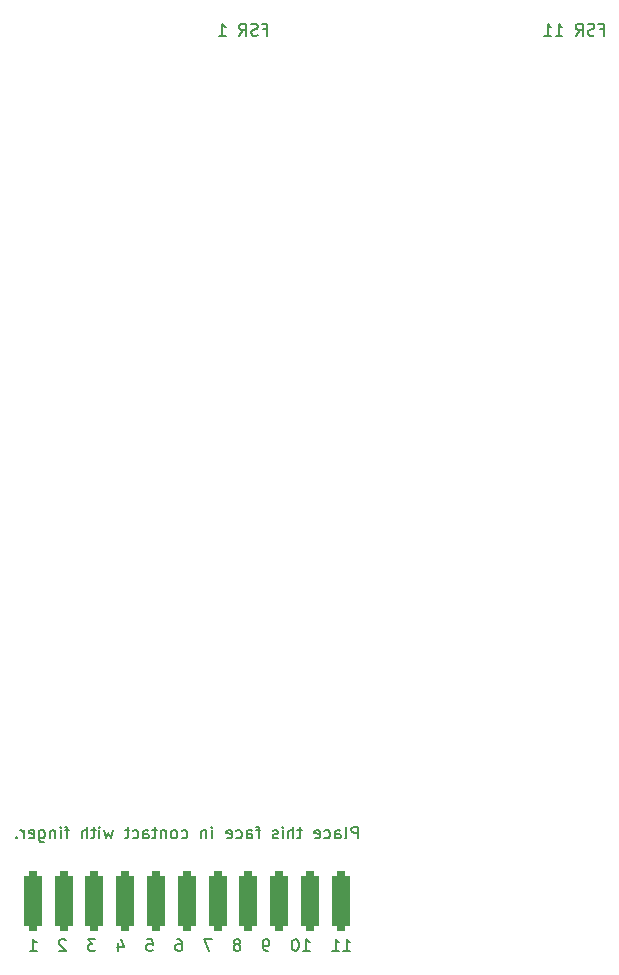
<source format=gbo>
G04 #@! TF.GenerationSoftware,KiCad,Pcbnew,7.0.7*
G04 #@! TF.CreationDate,2024-12-02T13:55:21+01:00*
G04 #@! TF.ProjectId,Finger_FSR_V1_height,46696e67-6572-45f4-9653-525f56315f68,rev?*
G04 #@! TF.SameCoordinates,Original*
G04 #@! TF.FileFunction,Legend,Bot*
G04 #@! TF.FilePolarity,Positive*
%FSLAX46Y46*%
G04 Gerber Fmt 4.6, Leading zero omitted, Abs format (unit mm)*
G04 Created by KiCad (PCBNEW 7.0.7) date 2024-12-02 13:55:21*
%MOMM*%
%LPD*%
G01*
G04 APERTURE LIST*
G04 Aperture macros list*
%AMRoundRect*
0 Rectangle with rounded corners*
0 $1 Rounding radius*
0 $2 $3 $4 $5 $6 $7 $8 $9 X,Y pos of 4 corners*
0 Add a 4 corners polygon primitive as box body*
4,1,4,$2,$3,$4,$5,$6,$7,$8,$9,$2,$3,0*
0 Add four circle primitives for the rounded corners*
1,1,$1+$1,$2,$3*
1,1,$1+$1,$4,$5*
1,1,$1+$1,$6,$7*
1,1,$1+$1,$8,$9*
0 Add four rect primitives between the rounded corners*
20,1,$1+$1,$2,$3,$4,$5,0*
20,1,$1+$1,$4,$5,$6,$7,0*
20,1,$1+$1,$6,$7,$8,$9,0*
20,1,$1+$1,$8,$9,$2,$3,0*%
G04 Aperture macros list end*
%ADD10C,0.150000*%
%ADD11C,3.000000*%
%ADD12C,3.800000*%
%ADD13RoundRect,0.375000X0.375000X-2.125000X0.375000X2.125000X-0.375000X2.125000X-0.375000X-2.125000X0*%
G04 APERTURE END LIST*
D10*
X129408453Y-147869819D02*
X129979881Y-147869819D01*
X129694167Y-147869819D02*
X129694167Y-146869819D01*
X129694167Y-146869819D02*
X129789405Y-147012676D01*
X129789405Y-147012676D02*
X129884643Y-147107914D01*
X129884643Y-147107914D02*
X129979881Y-147155533D01*
X128456072Y-147869819D02*
X129027500Y-147869819D01*
X128741786Y-147869819D02*
X128741786Y-146869819D01*
X128741786Y-146869819D02*
X128837024Y-147012676D01*
X128837024Y-147012676D02*
X128932262Y-147107914D01*
X128932262Y-147107914D02*
X129027500Y-147155533D01*
X122629887Y-69846009D02*
X122963220Y-69846009D01*
X122963220Y-70369819D02*
X122963220Y-69369819D01*
X122963220Y-69369819D02*
X122487030Y-69369819D01*
X122153696Y-70322200D02*
X122010839Y-70369819D01*
X122010839Y-70369819D02*
X121772744Y-70369819D01*
X121772744Y-70369819D02*
X121677506Y-70322200D01*
X121677506Y-70322200D02*
X121629887Y-70274580D01*
X121629887Y-70274580D02*
X121582268Y-70179342D01*
X121582268Y-70179342D02*
X121582268Y-70084104D01*
X121582268Y-70084104D02*
X121629887Y-69988866D01*
X121629887Y-69988866D02*
X121677506Y-69941247D01*
X121677506Y-69941247D02*
X121772744Y-69893628D01*
X121772744Y-69893628D02*
X121963220Y-69846009D01*
X121963220Y-69846009D02*
X122058458Y-69798390D01*
X122058458Y-69798390D02*
X122106077Y-69750771D01*
X122106077Y-69750771D02*
X122153696Y-69655533D01*
X122153696Y-69655533D02*
X122153696Y-69560295D01*
X122153696Y-69560295D02*
X122106077Y-69465057D01*
X122106077Y-69465057D02*
X122058458Y-69417438D01*
X122058458Y-69417438D02*
X121963220Y-69369819D01*
X121963220Y-69369819D02*
X121725125Y-69369819D01*
X121725125Y-69369819D02*
X121582268Y-69417438D01*
X120582268Y-70369819D02*
X120915601Y-69893628D01*
X121153696Y-70369819D02*
X121153696Y-69369819D01*
X121153696Y-69369819D02*
X120772744Y-69369819D01*
X120772744Y-69369819D02*
X120677506Y-69417438D01*
X120677506Y-69417438D02*
X120629887Y-69465057D01*
X120629887Y-69465057D02*
X120582268Y-69560295D01*
X120582268Y-69560295D02*
X120582268Y-69703152D01*
X120582268Y-69703152D02*
X120629887Y-69798390D01*
X120629887Y-69798390D02*
X120677506Y-69846009D01*
X120677506Y-69846009D02*
X120772744Y-69893628D01*
X120772744Y-69893628D02*
X121153696Y-69893628D01*
X118867982Y-70369819D02*
X119439410Y-70369819D01*
X119153696Y-70369819D02*
X119153696Y-69369819D01*
X119153696Y-69369819D02*
X119248934Y-69512676D01*
X119248934Y-69512676D02*
X119344172Y-69607914D01*
X119344172Y-69607914D02*
X119439410Y-69655533D01*
X102848935Y-147869819D02*
X103420363Y-147869819D01*
X103134649Y-147869819D02*
X103134649Y-146869819D01*
X103134649Y-146869819D02*
X103229887Y-147012676D01*
X103229887Y-147012676D02*
X103325125Y-147107914D01*
X103325125Y-147107914D02*
X103420363Y-147155533D01*
X123048925Y-147869819D02*
X122858449Y-147869819D01*
X122858449Y-147869819D02*
X122763211Y-147822200D01*
X122763211Y-147822200D02*
X122715592Y-147774580D01*
X122715592Y-147774580D02*
X122620354Y-147631723D01*
X122620354Y-147631723D02*
X122572735Y-147441247D01*
X122572735Y-147441247D02*
X122572735Y-147060295D01*
X122572735Y-147060295D02*
X122620354Y-146965057D01*
X122620354Y-146965057D02*
X122667973Y-146917438D01*
X122667973Y-146917438D02*
X122763211Y-146869819D01*
X122763211Y-146869819D02*
X122953687Y-146869819D01*
X122953687Y-146869819D02*
X123048925Y-146917438D01*
X123048925Y-146917438D02*
X123096544Y-146965057D01*
X123096544Y-146965057D02*
X123144163Y-147060295D01*
X123144163Y-147060295D02*
X123144163Y-147298390D01*
X123144163Y-147298390D02*
X123096544Y-147393628D01*
X123096544Y-147393628D02*
X123048925Y-147441247D01*
X123048925Y-147441247D02*
X122953687Y-147488866D01*
X122953687Y-147488866D02*
X122763211Y-147488866D01*
X122763211Y-147488866D02*
X122667973Y-147441247D01*
X122667973Y-147441247D02*
X122620354Y-147393628D01*
X122620354Y-147393628D02*
X122572735Y-147298390D01*
X110340598Y-147203152D02*
X110340598Y-147869819D01*
X110578693Y-146822200D02*
X110816788Y-147536485D01*
X110816788Y-147536485D02*
X110197741Y-147536485D01*
X130652508Y-138339819D02*
X130652508Y-137339819D01*
X130652508Y-137339819D02*
X130271556Y-137339819D01*
X130271556Y-137339819D02*
X130176318Y-137387438D01*
X130176318Y-137387438D02*
X130128699Y-137435057D01*
X130128699Y-137435057D02*
X130081080Y-137530295D01*
X130081080Y-137530295D02*
X130081080Y-137673152D01*
X130081080Y-137673152D02*
X130128699Y-137768390D01*
X130128699Y-137768390D02*
X130176318Y-137816009D01*
X130176318Y-137816009D02*
X130271556Y-137863628D01*
X130271556Y-137863628D02*
X130652508Y-137863628D01*
X129509651Y-138339819D02*
X129604889Y-138292200D01*
X129604889Y-138292200D02*
X129652508Y-138196961D01*
X129652508Y-138196961D02*
X129652508Y-137339819D01*
X128700127Y-138339819D02*
X128700127Y-137816009D01*
X128700127Y-137816009D02*
X128747746Y-137720771D01*
X128747746Y-137720771D02*
X128842984Y-137673152D01*
X128842984Y-137673152D02*
X129033460Y-137673152D01*
X129033460Y-137673152D02*
X129128698Y-137720771D01*
X128700127Y-138292200D02*
X128795365Y-138339819D01*
X128795365Y-138339819D02*
X129033460Y-138339819D01*
X129033460Y-138339819D02*
X129128698Y-138292200D01*
X129128698Y-138292200D02*
X129176317Y-138196961D01*
X129176317Y-138196961D02*
X129176317Y-138101723D01*
X129176317Y-138101723D02*
X129128698Y-138006485D01*
X129128698Y-138006485D02*
X129033460Y-137958866D01*
X129033460Y-137958866D02*
X128795365Y-137958866D01*
X128795365Y-137958866D02*
X128700127Y-137911247D01*
X127795365Y-138292200D02*
X127890603Y-138339819D01*
X127890603Y-138339819D02*
X128081079Y-138339819D01*
X128081079Y-138339819D02*
X128176317Y-138292200D01*
X128176317Y-138292200D02*
X128223936Y-138244580D01*
X128223936Y-138244580D02*
X128271555Y-138149342D01*
X128271555Y-138149342D02*
X128271555Y-137863628D01*
X128271555Y-137863628D02*
X128223936Y-137768390D01*
X128223936Y-137768390D02*
X128176317Y-137720771D01*
X128176317Y-137720771D02*
X128081079Y-137673152D01*
X128081079Y-137673152D02*
X127890603Y-137673152D01*
X127890603Y-137673152D02*
X127795365Y-137720771D01*
X126985841Y-138292200D02*
X127081079Y-138339819D01*
X127081079Y-138339819D02*
X127271555Y-138339819D01*
X127271555Y-138339819D02*
X127366793Y-138292200D01*
X127366793Y-138292200D02*
X127414412Y-138196961D01*
X127414412Y-138196961D02*
X127414412Y-137816009D01*
X127414412Y-137816009D02*
X127366793Y-137720771D01*
X127366793Y-137720771D02*
X127271555Y-137673152D01*
X127271555Y-137673152D02*
X127081079Y-137673152D01*
X127081079Y-137673152D02*
X126985841Y-137720771D01*
X126985841Y-137720771D02*
X126938222Y-137816009D01*
X126938222Y-137816009D02*
X126938222Y-137911247D01*
X126938222Y-137911247D02*
X127414412Y-138006485D01*
X125890602Y-137673152D02*
X125509650Y-137673152D01*
X125747745Y-137339819D02*
X125747745Y-138196961D01*
X125747745Y-138196961D02*
X125700126Y-138292200D01*
X125700126Y-138292200D02*
X125604888Y-138339819D01*
X125604888Y-138339819D02*
X125509650Y-138339819D01*
X125176316Y-138339819D02*
X125176316Y-137339819D01*
X124747745Y-138339819D02*
X124747745Y-137816009D01*
X124747745Y-137816009D02*
X124795364Y-137720771D01*
X124795364Y-137720771D02*
X124890602Y-137673152D01*
X124890602Y-137673152D02*
X125033459Y-137673152D01*
X125033459Y-137673152D02*
X125128697Y-137720771D01*
X125128697Y-137720771D02*
X125176316Y-137768390D01*
X124271554Y-138339819D02*
X124271554Y-137673152D01*
X124271554Y-137339819D02*
X124319173Y-137387438D01*
X124319173Y-137387438D02*
X124271554Y-137435057D01*
X124271554Y-137435057D02*
X124223935Y-137387438D01*
X124223935Y-137387438D02*
X124271554Y-137339819D01*
X124271554Y-137339819D02*
X124271554Y-137435057D01*
X123842983Y-138292200D02*
X123747745Y-138339819D01*
X123747745Y-138339819D02*
X123557269Y-138339819D01*
X123557269Y-138339819D02*
X123462031Y-138292200D01*
X123462031Y-138292200D02*
X123414412Y-138196961D01*
X123414412Y-138196961D02*
X123414412Y-138149342D01*
X123414412Y-138149342D02*
X123462031Y-138054104D01*
X123462031Y-138054104D02*
X123557269Y-138006485D01*
X123557269Y-138006485D02*
X123700126Y-138006485D01*
X123700126Y-138006485D02*
X123795364Y-137958866D01*
X123795364Y-137958866D02*
X123842983Y-137863628D01*
X123842983Y-137863628D02*
X123842983Y-137816009D01*
X123842983Y-137816009D02*
X123795364Y-137720771D01*
X123795364Y-137720771D02*
X123700126Y-137673152D01*
X123700126Y-137673152D02*
X123557269Y-137673152D01*
X123557269Y-137673152D02*
X123462031Y-137720771D01*
X122366792Y-137673152D02*
X121985840Y-137673152D01*
X122223935Y-138339819D02*
X122223935Y-137482676D01*
X122223935Y-137482676D02*
X122176316Y-137387438D01*
X122176316Y-137387438D02*
X122081078Y-137339819D01*
X122081078Y-137339819D02*
X121985840Y-137339819D01*
X121223935Y-138339819D02*
X121223935Y-137816009D01*
X121223935Y-137816009D02*
X121271554Y-137720771D01*
X121271554Y-137720771D02*
X121366792Y-137673152D01*
X121366792Y-137673152D02*
X121557268Y-137673152D01*
X121557268Y-137673152D02*
X121652506Y-137720771D01*
X121223935Y-138292200D02*
X121319173Y-138339819D01*
X121319173Y-138339819D02*
X121557268Y-138339819D01*
X121557268Y-138339819D02*
X121652506Y-138292200D01*
X121652506Y-138292200D02*
X121700125Y-138196961D01*
X121700125Y-138196961D02*
X121700125Y-138101723D01*
X121700125Y-138101723D02*
X121652506Y-138006485D01*
X121652506Y-138006485D02*
X121557268Y-137958866D01*
X121557268Y-137958866D02*
X121319173Y-137958866D01*
X121319173Y-137958866D02*
X121223935Y-137911247D01*
X120319173Y-138292200D02*
X120414411Y-138339819D01*
X120414411Y-138339819D02*
X120604887Y-138339819D01*
X120604887Y-138339819D02*
X120700125Y-138292200D01*
X120700125Y-138292200D02*
X120747744Y-138244580D01*
X120747744Y-138244580D02*
X120795363Y-138149342D01*
X120795363Y-138149342D02*
X120795363Y-137863628D01*
X120795363Y-137863628D02*
X120747744Y-137768390D01*
X120747744Y-137768390D02*
X120700125Y-137720771D01*
X120700125Y-137720771D02*
X120604887Y-137673152D01*
X120604887Y-137673152D02*
X120414411Y-137673152D01*
X120414411Y-137673152D02*
X120319173Y-137720771D01*
X119509649Y-138292200D02*
X119604887Y-138339819D01*
X119604887Y-138339819D02*
X119795363Y-138339819D01*
X119795363Y-138339819D02*
X119890601Y-138292200D01*
X119890601Y-138292200D02*
X119938220Y-138196961D01*
X119938220Y-138196961D02*
X119938220Y-137816009D01*
X119938220Y-137816009D02*
X119890601Y-137720771D01*
X119890601Y-137720771D02*
X119795363Y-137673152D01*
X119795363Y-137673152D02*
X119604887Y-137673152D01*
X119604887Y-137673152D02*
X119509649Y-137720771D01*
X119509649Y-137720771D02*
X119462030Y-137816009D01*
X119462030Y-137816009D02*
X119462030Y-137911247D01*
X119462030Y-137911247D02*
X119938220Y-138006485D01*
X118271553Y-138339819D02*
X118271553Y-137673152D01*
X118271553Y-137339819D02*
X118319172Y-137387438D01*
X118319172Y-137387438D02*
X118271553Y-137435057D01*
X118271553Y-137435057D02*
X118223934Y-137387438D01*
X118223934Y-137387438D02*
X118271553Y-137339819D01*
X118271553Y-137339819D02*
X118271553Y-137435057D01*
X117795363Y-137673152D02*
X117795363Y-138339819D01*
X117795363Y-137768390D02*
X117747744Y-137720771D01*
X117747744Y-137720771D02*
X117652506Y-137673152D01*
X117652506Y-137673152D02*
X117509649Y-137673152D01*
X117509649Y-137673152D02*
X117414411Y-137720771D01*
X117414411Y-137720771D02*
X117366792Y-137816009D01*
X117366792Y-137816009D02*
X117366792Y-138339819D01*
X115700125Y-138292200D02*
X115795363Y-138339819D01*
X115795363Y-138339819D02*
X115985839Y-138339819D01*
X115985839Y-138339819D02*
X116081077Y-138292200D01*
X116081077Y-138292200D02*
X116128696Y-138244580D01*
X116128696Y-138244580D02*
X116176315Y-138149342D01*
X116176315Y-138149342D02*
X116176315Y-137863628D01*
X116176315Y-137863628D02*
X116128696Y-137768390D01*
X116128696Y-137768390D02*
X116081077Y-137720771D01*
X116081077Y-137720771D02*
X115985839Y-137673152D01*
X115985839Y-137673152D02*
X115795363Y-137673152D01*
X115795363Y-137673152D02*
X115700125Y-137720771D01*
X115128696Y-138339819D02*
X115223934Y-138292200D01*
X115223934Y-138292200D02*
X115271553Y-138244580D01*
X115271553Y-138244580D02*
X115319172Y-138149342D01*
X115319172Y-138149342D02*
X115319172Y-137863628D01*
X115319172Y-137863628D02*
X115271553Y-137768390D01*
X115271553Y-137768390D02*
X115223934Y-137720771D01*
X115223934Y-137720771D02*
X115128696Y-137673152D01*
X115128696Y-137673152D02*
X114985839Y-137673152D01*
X114985839Y-137673152D02*
X114890601Y-137720771D01*
X114890601Y-137720771D02*
X114842982Y-137768390D01*
X114842982Y-137768390D02*
X114795363Y-137863628D01*
X114795363Y-137863628D02*
X114795363Y-138149342D01*
X114795363Y-138149342D02*
X114842982Y-138244580D01*
X114842982Y-138244580D02*
X114890601Y-138292200D01*
X114890601Y-138292200D02*
X114985839Y-138339819D01*
X114985839Y-138339819D02*
X115128696Y-138339819D01*
X114366791Y-137673152D02*
X114366791Y-138339819D01*
X114366791Y-137768390D02*
X114319172Y-137720771D01*
X114319172Y-137720771D02*
X114223934Y-137673152D01*
X114223934Y-137673152D02*
X114081077Y-137673152D01*
X114081077Y-137673152D02*
X113985839Y-137720771D01*
X113985839Y-137720771D02*
X113938220Y-137816009D01*
X113938220Y-137816009D02*
X113938220Y-138339819D01*
X113604886Y-137673152D02*
X113223934Y-137673152D01*
X113462029Y-137339819D02*
X113462029Y-138196961D01*
X113462029Y-138196961D02*
X113414410Y-138292200D01*
X113414410Y-138292200D02*
X113319172Y-138339819D01*
X113319172Y-138339819D02*
X113223934Y-138339819D01*
X112462029Y-138339819D02*
X112462029Y-137816009D01*
X112462029Y-137816009D02*
X112509648Y-137720771D01*
X112509648Y-137720771D02*
X112604886Y-137673152D01*
X112604886Y-137673152D02*
X112795362Y-137673152D01*
X112795362Y-137673152D02*
X112890600Y-137720771D01*
X112462029Y-138292200D02*
X112557267Y-138339819D01*
X112557267Y-138339819D02*
X112795362Y-138339819D01*
X112795362Y-138339819D02*
X112890600Y-138292200D01*
X112890600Y-138292200D02*
X112938219Y-138196961D01*
X112938219Y-138196961D02*
X112938219Y-138101723D01*
X112938219Y-138101723D02*
X112890600Y-138006485D01*
X112890600Y-138006485D02*
X112795362Y-137958866D01*
X112795362Y-137958866D02*
X112557267Y-137958866D01*
X112557267Y-137958866D02*
X112462029Y-137911247D01*
X111557267Y-138292200D02*
X111652505Y-138339819D01*
X111652505Y-138339819D02*
X111842981Y-138339819D01*
X111842981Y-138339819D02*
X111938219Y-138292200D01*
X111938219Y-138292200D02*
X111985838Y-138244580D01*
X111985838Y-138244580D02*
X112033457Y-138149342D01*
X112033457Y-138149342D02*
X112033457Y-137863628D01*
X112033457Y-137863628D02*
X111985838Y-137768390D01*
X111985838Y-137768390D02*
X111938219Y-137720771D01*
X111938219Y-137720771D02*
X111842981Y-137673152D01*
X111842981Y-137673152D02*
X111652505Y-137673152D01*
X111652505Y-137673152D02*
X111557267Y-137720771D01*
X111271552Y-137673152D02*
X110890600Y-137673152D01*
X111128695Y-137339819D02*
X111128695Y-138196961D01*
X111128695Y-138196961D02*
X111081076Y-138292200D01*
X111081076Y-138292200D02*
X110985838Y-138339819D01*
X110985838Y-138339819D02*
X110890600Y-138339819D01*
X109890599Y-137673152D02*
X109700123Y-138339819D01*
X109700123Y-138339819D02*
X109509647Y-137863628D01*
X109509647Y-137863628D02*
X109319171Y-138339819D01*
X109319171Y-138339819D02*
X109128695Y-137673152D01*
X108747742Y-138339819D02*
X108747742Y-137673152D01*
X108747742Y-137339819D02*
X108795361Y-137387438D01*
X108795361Y-137387438D02*
X108747742Y-137435057D01*
X108747742Y-137435057D02*
X108700123Y-137387438D01*
X108700123Y-137387438D02*
X108747742Y-137339819D01*
X108747742Y-137339819D02*
X108747742Y-137435057D01*
X108414409Y-137673152D02*
X108033457Y-137673152D01*
X108271552Y-137339819D02*
X108271552Y-138196961D01*
X108271552Y-138196961D02*
X108223933Y-138292200D01*
X108223933Y-138292200D02*
X108128695Y-138339819D01*
X108128695Y-138339819D02*
X108033457Y-138339819D01*
X107700123Y-138339819D02*
X107700123Y-137339819D01*
X107271552Y-138339819D02*
X107271552Y-137816009D01*
X107271552Y-137816009D02*
X107319171Y-137720771D01*
X107319171Y-137720771D02*
X107414409Y-137673152D01*
X107414409Y-137673152D02*
X107557266Y-137673152D01*
X107557266Y-137673152D02*
X107652504Y-137720771D01*
X107652504Y-137720771D02*
X107700123Y-137768390D01*
X106176313Y-137673152D02*
X105795361Y-137673152D01*
X106033456Y-138339819D02*
X106033456Y-137482676D01*
X106033456Y-137482676D02*
X105985837Y-137387438D01*
X105985837Y-137387438D02*
X105890599Y-137339819D01*
X105890599Y-137339819D02*
X105795361Y-137339819D01*
X105462027Y-138339819D02*
X105462027Y-137673152D01*
X105462027Y-137339819D02*
X105509646Y-137387438D01*
X105509646Y-137387438D02*
X105462027Y-137435057D01*
X105462027Y-137435057D02*
X105414408Y-137387438D01*
X105414408Y-137387438D02*
X105462027Y-137339819D01*
X105462027Y-137339819D02*
X105462027Y-137435057D01*
X104985837Y-137673152D02*
X104985837Y-138339819D01*
X104985837Y-137768390D02*
X104938218Y-137720771D01*
X104938218Y-137720771D02*
X104842980Y-137673152D01*
X104842980Y-137673152D02*
X104700123Y-137673152D01*
X104700123Y-137673152D02*
X104604885Y-137720771D01*
X104604885Y-137720771D02*
X104557266Y-137816009D01*
X104557266Y-137816009D02*
X104557266Y-138339819D01*
X103652504Y-137673152D02*
X103652504Y-138482676D01*
X103652504Y-138482676D02*
X103700123Y-138577914D01*
X103700123Y-138577914D02*
X103747742Y-138625533D01*
X103747742Y-138625533D02*
X103842980Y-138673152D01*
X103842980Y-138673152D02*
X103985837Y-138673152D01*
X103985837Y-138673152D02*
X104081075Y-138625533D01*
X103652504Y-138292200D02*
X103747742Y-138339819D01*
X103747742Y-138339819D02*
X103938218Y-138339819D01*
X103938218Y-138339819D02*
X104033456Y-138292200D01*
X104033456Y-138292200D02*
X104081075Y-138244580D01*
X104081075Y-138244580D02*
X104128694Y-138149342D01*
X104128694Y-138149342D02*
X104128694Y-137863628D01*
X104128694Y-137863628D02*
X104081075Y-137768390D01*
X104081075Y-137768390D02*
X104033456Y-137720771D01*
X104033456Y-137720771D02*
X103938218Y-137673152D01*
X103938218Y-137673152D02*
X103747742Y-137673152D01*
X103747742Y-137673152D02*
X103652504Y-137720771D01*
X102795361Y-138292200D02*
X102890599Y-138339819D01*
X102890599Y-138339819D02*
X103081075Y-138339819D01*
X103081075Y-138339819D02*
X103176313Y-138292200D01*
X103176313Y-138292200D02*
X103223932Y-138196961D01*
X103223932Y-138196961D02*
X103223932Y-137816009D01*
X103223932Y-137816009D02*
X103176313Y-137720771D01*
X103176313Y-137720771D02*
X103081075Y-137673152D01*
X103081075Y-137673152D02*
X102890599Y-137673152D01*
X102890599Y-137673152D02*
X102795361Y-137720771D01*
X102795361Y-137720771D02*
X102747742Y-137816009D01*
X102747742Y-137816009D02*
X102747742Y-137911247D01*
X102747742Y-137911247D02*
X103223932Y-138006485D01*
X102319170Y-138339819D02*
X102319170Y-137673152D01*
X102319170Y-137863628D02*
X102271551Y-137768390D01*
X102271551Y-137768390D02*
X102223932Y-137720771D01*
X102223932Y-137720771D02*
X102128694Y-137673152D01*
X102128694Y-137673152D02*
X102033456Y-137673152D01*
X101700122Y-138244580D02*
X101652503Y-138292200D01*
X101652503Y-138292200D02*
X101700122Y-138339819D01*
X101700122Y-138339819D02*
X101747741Y-138292200D01*
X101747741Y-138292200D02*
X101700122Y-138244580D01*
X101700122Y-138244580D02*
X101700122Y-138339819D01*
X118260832Y-146869819D02*
X117594166Y-146869819D01*
X117594166Y-146869819D02*
X118022737Y-147869819D01*
X105885838Y-146965057D02*
X105838219Y-146917438D01*
X105838219Y-146917438D02*
X105742981Y-146869819D01*
X105742981Y-146869819D02*
X105504886Y-146869819D01*
X105504886Y-146869819D02*
X105409648Y-146917438D01*
X105409648Y-146917438D02*
X105362029Y-146965057D01*
X105362029Y-146965057D02*
X105314410Y-147060295D01*
X105314410Y-147060295D02*
X105314410Y-147155533D01*
X105314410Y-147155533D02*
X105362029Y-147298390D01*
X105362029Y-147298390D02*
X105933457Y-147869819D01*
X105933457Y-147869819D02*
X105314410Y-147869819D01*
X112758454Y-146869819D02*
X113234644Y-146869819D01*
X113234644Y-146869819D02*
X113282263Y-147346009D01*
X113282263Y-147346009D02*
X113234644Y-147298390D01*
X113234644Y-147298390D02*
X113139406Y-147250771D01*
X113139406Y-147250771D02*
X112901311Y-147250771D01*
X112901311Y-147250771D02*
X112806073Y-147298390D01*
X112806073Y-147298390D02*
X112758454Y-147346009D01*
X112758454Y-147346009D02*
X112710835Y-147441247D01*
X112710835Y-147441247D02*
X112710835Y-147679342D01*
X112710835Y-147679342D02*
X112758454Y-147774580D01*
X112758454Y-147774580D02*
X112806073Y-147822200D01*
X112806073Y-147822200D02*
X112901311Y-147869819D01*
X112901311Y-147869819D02*
X113139406Y-147869819D01*
X113139406Y-147869819D02*
X113234644Y-147822200D01*
X113234644Y-147822200D02*
X113282263Y-147774580D01*
X108398932Y-146869819D02*
X107779885Y-146869819D01*
X107779885Y-146869819D02*
X108113218Y-147250771D01*
X108113218Y-147250771D02*
X107970361Y-147250771D01*
X107970361Y-147250771D02*
X107875123Y-147298390D01*
X107875123Y-147298390D02*
X107827504Y-147346009D01*
X107827504Y-147346009D02*
X107779885Y-147441247D01*
X107779885Y-147441247D02*
X107779885Y-147679342D01*
X107779885Y-147679342D02*
X107827504Y-147774580D01*
X107827504Y-147774580D02*
X107875123Y-147822200D01*
X107875123Y-147822200D02*
X107970361Y-147869819D01*
X107970361Y-147869819D02*
X108256075Y-147869819D01*
X108256075Y-147869819D02*
X108351313Y-147822200D01*
X108351313Y-147822200D02*
X108398932Y-147774580D01*
X125990591Y-147869819D02*
X126562019Y-147869819D01*
X126276305Y-147869819D02*
X126276305Y-146869819D01*
X126276305Y-146869819D02*
X126371543Y-147012676D01*
X126371543Y-147012676D02*
X126466781Y-147107914D01*
X126466781Y-147107914D02*
X126562019Y-147155533D01*
X125371543Y-146869819D02*
X125276305Y-146869819D01*
X125276305Y-146869819D02*
X125181067Y-146917438D01*
X125181067Y-146917438D02*
X125133448Y-146965057D01*
X125133448Y-146965057D02*
X125085829Y-147060295D01*
X125085829Y-147060295D02*
X125038210Y-147250771D01*
X125038210Y-147250771D02*
X125038210Y-147488866D01*
X125038210Y-147488866D02*
X125085829Y-147679342D01*
X125085829Y-147679342D02*
X125133448Y-147774580D01*
X125133448Y-147774580D02*
X125181067Y-147822200D01*
X125181067Y-147822200D02*
X125276305Y-147869819D01*
X125276305Y-147869819D02*
X125371543Y-147869819D01*
X125371543Y-147869819D02*
X125466781Y-147822200D01*
X125466781Y-147822200D02*
X125514400Y-147774580D01*
X125514400Y-147774580D02*
X125562019Y-147679342D01*
X125562019Y-147679342D02*
X125609638Y-147488866D01*
X125609638Y-147488866D02*
X125609638Y-147250771D01*
X125609638Y-147250771D02*
X125562019Y-147060295D01*
X125562019Y-147060295D02*
X125514400Y-146965057D01*
X125514400Y-146965057D02*
X125466781Y-146917438D01*
X125466781Y-146917438D02*
X125371543Y-146869819D01*
X115271548Y-146869819D02*
X115462024Y-146869819D01*
X115462024Y-146869819D02*
X115557262Y-146917438D01*
X115557262Y-146917438D02*
X115604881Y-146965057D01*
X115604881Y-146965057D02*
X115700119Y-147107914D01*
X115700119Y-147107914D02*
X115747738Y-147298390D01*
X115747738Y-147298390D02*
X115747738Y-147679342D01*
X115747738Y-147679342D02*
X115700119Y-147774580D01*
X115700119Y-147774580D02*
X115652500Y-147822200D01*
X115652500Y-147822200D02*
X115557262Y-147869819D01*
X115557262Y-147869819D02*
X115366786Y-147869819D01*
X115366786Y-147869819D02*
X115271548Y-147822200D01*
X115271548Y-147822200D02*
X115223929Y-147774580D01*
X115223929Y-147774580D02*
X115176310Y-147679342D01*
X115176310Y-147679342D02*
X115176310Y-147441247D01*
X115176310Y-147441247D02*
X115223929Y-147346009D01*
X115223929Y-147346009D02*
X115271548Y-147298390D01*
X115271548Y-147298390D02*
X115366786Y-147250771D01*
X115366786Y-147250771D02*
X115557262Y-147250771D01*
X115557262Y-147250771D02*
X115652500Y-147298390D01*
X115652500Y-147298390D02*
X115700119Y-147346009D01*
X115700119Y-147346009D02*
X115747738Y-147441247D01*
X151129887Y-69846009D02*
X151463220Y-69846009D01*
X151463220Y-70369819D02*
X151463220Y-69369819D01*
X151463220Y-69369819D02*
X150987030Y-69369819D01*
X150653696Y-70322200D02*
X150510839Y-70369819D01*
X150510839Y-70369819D02*
X150272744Y-70369819D01*
X150272744Y-70369819D02*
X150177506Y-70322200D01*
X150177506Y-70322200D02*
X150129887Y-70274580D01*
X150129887Y-70274580D02*
X150082268Y-70179342D01*
X150082268Y-70179342D02*
X150082268Y-70084104D01*
X150082268Y-70084104D02*
X150129887Y-69988866D01*
X150129887Y-69988866D02*
X150177506Y-69941247D01*
X150177506Y-69941247D02*
X150272744Y-69893628D01*
X150272744Y-69893628D02*
X150463220Y-69846009D01*
X150463220Y-69846009D02*
X150558458Y-69798390D01*
X150558458Y-69798390D02*
X150606077Y-69750771D01*
X150606077Y-69750771D02*
X150653696Y-69655533D01*
X150653696Y-69655533D02*
X150653696Y-69560295D01*
X150653696Y-69560295D02*
X150606077Y-69465057D01*
X150606077Y-69465057D02*
X150558458Y-69417438D01*
X150558458Y-69417438D02*
X150463220Y-69369819D01*
X150463220Y-69369819D02*
X150225125Y-69369819D01*
X150225125Y-69369819D02*
X150082268Y-69417438D01*
X149082268Y-70369819D02*
X149415601Y-69893628D01*
X149653696Y-70369819D02*
X149653696Y-69369819D01*
X149653696Y-69369819D02*
X149272744Y-69369819D01*
X149272744Y-69369819D02*
X149177506Y-69417438D01*
X149177506Y-69417438D02*
X149129887Y-69465057D01*
X149129887Y-69465057D02*
X149082268Y-69560295D01*
X149082268Y-69560295D02*
X149082268Y-69703152D01*
X149082268Y-69703152D02*
X149129887Y-69798390D01*
X149129887Y-69798390D02*
X149177506Y-69846009D01*
X149177506Y-69846009D02*
X149272744Y-69893628D01*
X149272744Y-69893628D02*
X149653696Y-69893628D01*
X147367982Y-70369819D02*
X147939410Y-70369819D01*
X147653696Y-70369819D02*
X147653696Y-69369819D01*
X147653696Y-69369819D02*
X147748934Y-69512676D01*
X147748934Y-69512676D02*
X147844172Y-69607914D01*
X147844172Y-69607914D02*
X147939410Y-69655533D01*
X146415601Y-70369819D02*
X146987029Y-70369819D01*
X146701315Y-70369819D02*
X146701315Y-69369819D01*
X146701315Y-69369819D02*
X146796553Y-69512676D01*
X146796553Y-69512676D02*
X146891791Y-69607914D01*
X146891791Y-69607914D02*
X146987029Y-69655533D01*
X120488212Y-147298390D02*
X120583450Y-147250771D01*
X120583450Y-147250771D02*
X120631069Y-147203152D01*
X120631069Y-147203152D02*
X120678688Y-147107914D01*
X120678688Y-147107914D02*
X120678688Y-147060295D01*
X120678688Y-147060295D02*
X120631069Y-146965057D01*
X120631069Y-146965057D02*
X120583450Y-146917438D01*
X120583450Y-146917438D02*
X120488212Y-146869819D01*
X120488212Y-146869819D02*
X120297736Y-146869819D01*
X120297736Y-146869819D02*
X120202498Y-146917438D01*
X120202498Y-146917438D02*
X120154879Y-146965057D01*
X120154879Y-146965057D02*
X120107260Y-147060295D01*
X120107260Y-147060295D02*
X120107260Y-147107914D01*
X120107260Y-147107914D02*
X120154879Y-147203152D01*
X120154879Y-147203152D02*
X120202498Y-147250771D01*
X120202498Y-147250771D02*
X120297736Y-147298390D01*
X120297736Y-147298390D02*
X120488212Y-147298390D01*
X120488212Y-147298390D02*
X120583450Y-147346009D01*
X120583450Y-147346009D02*
X120631069Y-147393628D01*
X120631069Y-147393628D02*
X120678688Y-147488866D01*
X120678688Y-147488866D02*
X120678688Y-147679342D01*
X120678688Y-147679342D02*
X120631069Y-147774580D01*
X120631069Y-147774580D02*
X120583450Y-147822200D01*
X120583450Y-147822200D02*
X120488212Y-147869819D01*
X120488212Y-147869819D02*
X120297736Y-147869819D01*
X120297736Y-147869819D02*
X120202498Y-147822200D01*
X120202498Y-147822200D02*
X120154879Y-147774580D01*
X120154879Y-147774580D02*
X120107260Y-147679342D01*
X120107260Y-147679342D02*
X120107260Y-147488866D01*
X120107260Y-147488866D02*
X120154879Y-147393628D01*
X120154879Y-147393628D02*
X120202498Y-147346009D01*
X120202498Y-147346009D02*
X120297736Y-147298390D01*
%LPC*%
D11*
X116150000Y-78650000D03*
D12*
X116150000Y-73650000D03*
X153450000Y-78650000D03*
X153450000Y-73650000D03*
D13*
X116149996Y-143650000D03*
X108324999Y-143650000D03*
X123974995Y-143650000D03*
X121366662Y-143650000D03*
X113541663Y-143650000D03*
X110933330Y-143650000D03*
X129191661Y-143650000D03*
X105716666Y-143650000D03*
X126583328Y-143650000D03*
X118758329Y-143650000D03*
X103108333Y-143650000D03*
%LPD*%
M02*

</source>
